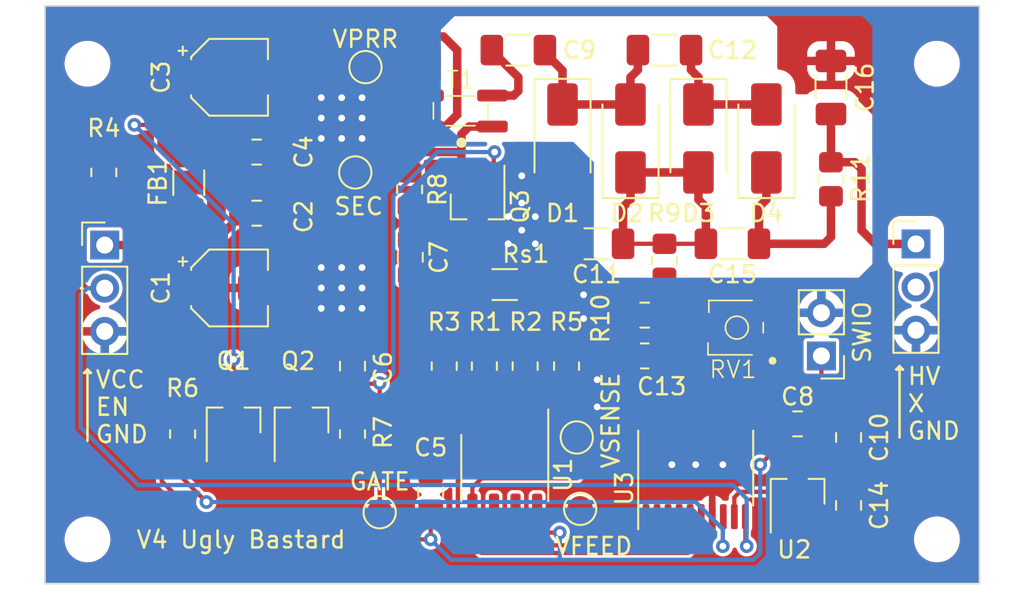
<source format=kicad_pcb>
(kicad_pcb (version 20221018) (generator pcbnew)

  (general
    (thickness 1.6)
  )

  (paper "A4")
  (layers
    (0 "F.Cu" signal)
    (31 "B.Cu" signal)
    (32 "B.Adhes" user "B.Adhesive")
    (33 "F.Adhes" user "F.Adhesive")
    (34 "B.Paste" user)
    (35 "F.Paste" user)
    (36 "B.SilkS" user "B.Silkscreen")
    (37 "F.SilkS" user "F.Silkscreen")
    (38 "B.Mask" user)
    (39 "F.Mask" user)
    (40 "Dwgs.User" user "User.Drawings")
    (41 "Cmts.User" user "User.Comments")
    (42 "Eco1.User" user "User.Eco1")
    (43 "Eco2.User" user "User.Eco2")
    (44 "Edge.Cuts" user)
    (45 "Margin" user)
    (46 "B.CrtYd" user "B.Courtyard")
    (47 "F.CrtYd" user "F.Courtyard")
    (48 "B.Fab" user)
    (49 "F.Fab" user)
    (50 "User.1" user)
    (51 "User.2" user)
    (52 "User.3" user)
    (53 "User.4" user)
    (54 "User.5" user)
    (55 "User.6" user)
    (56 "User.7" user)
    (57 "User.8" user)
    (58 "User.9" user)
  )

  (setup
    (pad_to_mask_clearance 0)
    (pcbplotparams
      (layerselection 0x00010fc_ffffffff)
      (plot_on_all_layers_selection 0x0000000_00000000)
      (disableapertmacros false)
      (usegerberextensions false)
      (usegerberattributes true)
      (usegerberadvancedattributes true)
      (creategerberjobfile true)
      (dashed_line_dash_ratio 12.000000)
      (dashed_line_gap_ratio 3.000000)
      (svgprecision 4)
      (plotframeref false)
      (viasonmask false)
      (mode 1)
      (useauxorigin false)
      (hpglpennumber 1)
      (hpglpenspeed 20)
      (hpglpendiameter 15.000000)
      (dxfpolygonmode true)
      (dxfimperialunits true)
      (dxfusepcbnewfont true)
      (psnegative false)
      (psa4output false)
      (plotreference true)
      (plotvalue true)
      (plotinvisibletext false)
      (sketchpadsonfab false)
      (subtractmaskfromsilk false)
      (outputformat 1)
      (mirror false)
      (drillshape 1)
      (scaleselection 1)
      (outputdirectory "")
    )
  )

  (net 0 "")
  (net 1 "VCC")
  (net 2 "GND")
  (net 3 "/VPR")
  (net 4 "Net-(Q3-G)")
  (net 5 "/RFEED_H")
  (net 6 "Net-(D1-K)")
  (net 7 "Net-(D2-K)")
  (net 8 "Net-(D3-K)")
  (net 9 "Net-(D4-K)")
  (net 10 "Net-(C7-Pad1)")
  (net 11 "VDD")
  (net 12 "Net-(C9-Pad1)")
  (net 13 "VPP")
  (net 14 "/ENABLE")
  (net 15 "unconnected-(J2-Pin_2-Pad2)")
  (net 16 "Net-(U1B-+)")
  (net 17 "Net-(Q1-B)")
  (net 18 "/MOS_D")
  (net 19 "Net-(Q1-E)")
  (net 20 "Net-(U1A-+)")
  (net 21 "/VSENSE")
  (net 22 "Net-(U1A--)")
  (net 23 "/GATE_DRV")
  (net 24 "/VFEED")
  (net 25 "/SWIO")
  (net 26 "Net-(R10-Pad2)")
  (net 27 "unconnected-(U3-PD4_A7_T2AETR2-Pad1)")
  (net 28 "unconnected-(U3-PD5_A5_UART_TX-Pad2)")
  (net 29 "unconnected-(U3-PD6_A6_UART_RX-Pad3)")
  (net 30 "unconnected-(U3-PD7_NRST_T2CH4-Pad4)")
  (net 31 "unconnected-(U3-PC1_SDA-Pad11)")
  (net 32 "unconnected-(U3-PC2_SCL-Pad12)")
  (net 33 "unconnected-(U3-PC3-Pad13)")
  (net 34 "unconnected-(U3-PC4_A2_T1CH4-Pad14)")
  (net 35 "unconnected-(U3-PC5_SCK-Pad15)")
  (net 36 "unconnected-(U3-PC6_MOSI-Pad16)")
  (net 37 "unconnected-(U3-PC7_MISO-Pad17)")
  (net 38 "unconnected-(U3-PD2_A3_T2CH1-Pad19)")
  (net 39 "unconnected-(U3-PD2_A4_T1CH2-Pad20)")

  (footprint "Resistor_SMD:R_0805_2012Metric_Pad1.20x1.40mm_HandSolder" (layer "F.Cu") (at 136.7625 44.8 -90))

  (footprint "Resistor_SMD:R_0805_2012Metric_Pad1.20x1.40mm_HandSolder" (layer "F.Cu") (at 132 44.8 90))

  (footprint "MountingHole:MountingHole_2.2mm_M2_DIN965" (layer "F.Cu") (at 111 55))

  (footprint "Connector_PinHeader_2.54mm:PinHeader_1x03_P2.54mm_Vertical" (layer "F.Cu") (at 112.0145 37.675))

  (footprint "Resistor_SMD:R_0805_2012Metric_Pad1.20x1.40mm_HandSolder" (layer "F.Cu") (at 154.7625 33.8 90))

  (footprint "Capacitor_SMD:C_1206_3216Metric_Pad1.33x1.80mm_HandSolder" (layer "F.Cu") (at 154.7625 28.4 90))

  (footprint "Capacitor_SMD:C_0805_2012Metric_Pad1.18x1.45mm_HandSolder" (layer "F.Cu") (at 126.6 44.8 90))

  (footprint "Package_TO_SOT_SMD:SOT-23_Handsoldering" (layer "F.Cu") (at 123.6 48 90))

  (footprint "MountingHole:MountingHole_2.2mm_M2_DIN965" (layer "F.Cu") (at 161 27))

  (footprint "TestPoint:TestPoint_Pad_D1.5mm" (layer "F.Cu") (at 139.8 49))

  (footprint "TestPoint:TestPoint_Pad_D1.5mm" (layer "F.Cu") (at 128.2 53.4))

  (footprint "MountingHole:MountingHole_2.2mm_M2_DIN965" (layer "F.Cu") (at 161 55))

  (footprint "Resistor_SMD:R_0805_2012Metric_Pad1.20x1.40mm_HandSolder" (layer "F.Cu") (at 126.6 48.8 90))

  (footprint "Diode_SMD:D_SMA" (layer "F.Cu") (at 142.9625 31.4 90))

  (footprint "Resistor_SMD:R_0805_2012Metric_Pad1.20x1.40mm_HandSolder" (layer "F.Cu") (at 134.3625 44.8 -90))

  (footprint "TestPoint:TestPoint_Pad_D1.5mm" (layer "F.Cu") (at 127.3625 27.2))

  (footprint "Capacitor_SMD:C_1206_3216Metric_Pad1.33x1.80mm_HandSolder" (layer "F.Cu") (at 144.9625 26.2))

  (footprint "Package_TO_SOT_SMD:SOT-23_Handsoldering" (layer "F.Cu") (at 152.8 52.2 90))

  (footprint "Connector_PinHeader_2.54mm:PinHeader_1x03_P2.54mm_Vertical" (layer "F.Cu") (at 159.7665 37.607))

  (footprint "lcsc_misc:ATB322524-0110-T000" (layer "F.Cu") (at 132.9625 29.8))

  (footprint "Resistor_SMD:R_1206_3216Metric_Pad1.30x1.75mm_HandSolder" (layer "F.Cu") (at 116.9625 34 90))

  (footprint "Capacitor_SMD:C_0805_2012Metric_Pad1.18x1.45mm_HandSolder" (layer "F.Cu") (at 143.8 41.8 180))

  (footprint "lcsc_misc:VG039NCHXTB222" (layer "F.Cu") (at 147.625 42.584861 90))

  (footprint "Capacitor_SMD:CP_Elec_4x5.4" (layer "F.Cu") (at 119.3625 27.8))

  (footprint "Resistor_SMD:R_0805_2012Metric_Pad1.20x1.40mm_HandSolder" (layer "F.Cu") (at 144.9625 38.6 -90))

  (footprint "Capacitor_SMD:C_0805_2012Metric_Pad1.18x1.45mm_HandSolder" (layer "F.Cu") (at 120.9625 32.2))

  (footprint "Capacitor_SMD:C_0805_2012Metric_Pad1.18x1.45mm_HandSolder" (layer "F.Cu") (at 130 38.4 -90))

  (footprint "Resistor_SMD:R_1206_3216Metric_Pad1.30x1.75mm_HandSolder" (layer "F.Cu") (at 135.5625 40))

  (footprint "MountingHole:MountingHole_2.2mm_M2_DIN965" (layer "F.Cu") (at 111 27))

  (footprint "Capacitor_SMD:C_0805_2012Metric_Pad1.18x1.45mm_HandSolder" (layer "F.Cu") (at 155.8 53 -90))

  (footprint "Diode_SMD:D_SMA" (layer "F.Cu") (at 146.9625 31.4 -90))

  (footprint "Resistor_SMD:R_0805_2012Metric_Pad1.20x1.40mm_HandSolder" (layer "F.Cu") (at 116.6 48.8 90))

  (footprint "Resistor_SMD:R_0805_2012Metric_Pad1.20x1.40mm_HandSolder" (layer "F.Cu") (at 111.9625 33.4 90))

  (footprint "Package_TO_SOT_SMD:SOT-23_Handsoldering" (layer "F.Cu") (at 119.6 48 90))

  (footprint "Capacitor_SMD:C_0805_2012Metric_Pad1.18x1.45mm_HandSolder" (layer "F.Cu") (at 155.8 49 90))

  (footprint "Capacitor_SMD:C_1206_3216Metric_Pad1.33x1.80mm_HandSolder" (layer "F.Cu") (at 148.9625 37.6))

  (footprint "Capacitor_SMD:C_1206_3216Metric_Pad1.33x1.80mm_HandSolder" (layer "F.Cu") (at 136.3625 26.2))

  (footprint "Resistor_SMD:R_0805_2012Metric_Pad1.20x1.40mm_HandSolder" (layer "F.Cu") (at 143.8 44.2))

  (footprint "Diode_SMD:D_SMA" (layer "F.Cu") (at 150.9625 31.4 90))

  (footprint "Package_TO_SOT_SMD:SOT-23_Handsoldering" (layer "F.Cu") (at 133.9625 35.4 -90))

  (footprint "Diode_SMD:D_SMA" (layer "F.Cu") (at 138.9625 31.4 -90))

  (footprint "Connector_PinHeader_2.54mm:PinHeader_1x02_P2.54mm_Vertical" (layer "F.Cu") (at 154.2 44.2 180))

  (footprint "Package_SO:SOIC-8_3.9x4.9mm_P1.27mm" (layer "F.Cu") (at 135.5625 50.8 -90))

  (footprint "Resistor_SMD:R_0805_2012Metric_Pad1.20x1.40mm_HandSolder" (layer "F.Cu") (at 139.2 44.8 90))

  (footprint "Capacitor_SMD:CP_Elec_4x5.4" (layer "F.Cu") (at 119.3625 40.2))

  (footprint "Package_SO:TSSOP-20_4.4x6.5mm_P0.65mm" (layer "F.Cu") (at 146.8 50.8 90))

  (footprint "Capacitor_SMD:C_1206_3216Metric_Pad1.33x1.80mm_HandSolder" (layer "F.Cu") (at 140.9625 37.6))

  (footprint "Capacitor_SMD:C_0805_2012Metric_Pad1.18x1.45mm_HandSolder" (layer "F.Cu") (at 131.2 52.2 90))

  (footprint "Resistor_SMD:R_0805_2012Metric_Pad1.20x1.40mm_HandSolder" (layer "F.Cu") (at 129.9625 34.4 -90))

  (footprint "TestPoint:TestPoint_Pad_D1.5mm" (layer "F.Cu") (at 126.7625 33.4))

  (footprint "TestPoint:TestPoint_Pad_D1.5mm" (layer "F.Cu") (at 140 53.2))

  (footprint "Capacitor_SMD:C_0805_2012Metric_Pad1.18x1.45mm_HandSolder" (layer "F.Cu") (at 120.9625 35.8))

  (footprint "Capacitor_SMD:C_0805_2012Metric_Pad1.18x1.45mm_HandSolder" (layer "F.Cu") (at 152.8 48.2))

  (gr_line (start 110.8 45.2) (end 111.2 45.2)
    (stroke (width 0.15) (type default)) (layer "F.SilkS") (tstamp 0ae0131c-fff4-46b6-b449-9c0993df9f9c))
  (gr_line (start 158.8 44.8) (end 158.6 45)
    (stroke (width 0.15) (type default)) (layer "F.SilkS") (tstamp 1020d271-1bc7-4f3d-a11d-9dcd8fafd51d))
  (gr_line (start 111 45) (end 111 49.2)
    (stroke (width 0.15) (type default)) (layer "F.SilkS") (tstamp 1477062b-458a-4957-9f25-7f0e5be0530b))
  (gr_line (start 111.2 45.2) (end 111 45)
    (stroke (width 0.15) (type default)) (layer "F.SilkS") (tstamp 1a242a07-27af-487c-9480-dd142d5c6339))
  (gr_line (start 159 45) (end 158.8 44.8)
    (stroke (width 0.15) (type default)) (layer "F.SilkS") (tstamp 28b3c116-76b5-4719-9f55-687c9bd2dd76))
  (gr_line (start 158.6 45) (end 159 45)
    (stroke (width 0.15) (type default)) (layer "F.SilkS") (tstamp 5a6bdfc8-bb55-4190-9024-06a17bfe8fc3))
  (gr_line (start 158.8 44.8) (end 158.8 49)
    (stroke (width 0.15) (type default)) (layer "F.SilkS") (tstamp 839d92c9-6ae5-46c2-bc78-289c43e422ee))
  (gr_line (start 111 45) (end 110.8 45.2)
    (stroke (width 0.15) (type default)) (layer "F.SilkS") (tstamp fd367d7d-94a2-41b8-abb2-7e91f863b4be))
  (gr_rect (start 108.5 23.6) (end 163.5 57.6)
    (stroke (width 0.1) (type default)) (fill none) (layer "Edge.Cuts") (tstamp f237f43f-3bb2-4665-92f8-866e22f3400d))
  (gr_text "HV\nX\nGND\n" (at 159.2 49.2) (layer "F.SilkS") (tstamp 2973b3db-14b4-45bd-a5e6-45d896998617)
    (effects (font (size 1 1) (thickness 0.15)) (justify left bottom))
  )
  (gr_text "VCC\nEN\nGND\n" (at 111.4 49.4) (layer "F.SilkS") (tstamp a6124a94-4cc1-4f7b-8539-0164ff84cb4d)
    (effects (font (size 1 1) (thickness 0.15)) (justify left bottom))
  )
  (gr_text "V4 Ugly Bastard" (at 113.8 55.6) (layer "F.SilkS") (tstamp abfe6c00-3f3c-4d2d-97f6-5b15008b7efa)
    (effects (font (size 1 1) (thickness 0.15)) (justify left bottom))
  )

  (segment (start 152.6 49.4) (end 151.8 49.4) (width 0.25) (layer "F.Cu") (net 1) (tstamp 0246bb67-86bd-4281-9444-8144cd8b8fcf))
  (segment (start 119.925 35.8) (end 119.925 36.0375) (width 0.5) (layer "F.Cu") (net 1) (tstamp 0a47d165-51c5-4123-87f9-43c5fdd0f78e))
  (segment (start 115.3625 51.5625) (end 118.8 55) (width 0.25) (layer "F.Cu") (net 1) (tstamp 1402e35d-3684-447a-8f74-742370ebcd50))
  (segment (start 119.925 36.0375) (end 118.5625 37.4) (width 0.5) (layer "F.Cu") (net 1) (tstamp 185aae93-bb15-4d7d-afdb-7b7d25310887))
  (segment (start 118.5625 37.4) (end 115.3625 37.4) (width 0.5) (layer "F.Cu") (net 1) (tstamp 2241f2f8-b182-4335-887b-242b7aee3e51))
  (segment (start 117.5625 40.2) (end 115.3625 40.2) (width 0.5) (layer "F.Cu") (net 1) (tstamp 279359e5-12fc-48f6-910a-a1bc5775225e))
  (segment (start 150.6 50.6) (end 151.7625 49.4375) (width 0.25) (layer "F.Cu") (net 1) (tstamp 363494be-ba26-4bb9-ba03-8038cae19e3f))
  (segment (start 115.3625 37.8) (end 115.3625 40.2) (width 0.5) (layer "F.Cu") (net 1) (tstamp 4209afe0-53c0-4bce-b39a-038cc264a92b))
  (segment (start 137.6 54.6) (end 138.8 54.6) (width 0.25) (layer "F.Cu") (net 1) (tstamp 4a1032c3-eac9-4163-9f10-a76bf76a717c))
  (segment (start 152.8 49.6) (end 152.6 49.4) (width 0.25) (layer "F.Cu") (net 1) (tstamp 4f2a3a66-8e1a-45b5-b14d-b9afa39c2e71))
  (segment (start 118.8 55) (end 131.2 55) (width 0.25) (layer "F.Cu") (net 1) (tstamp 730e2d72-447e-4ca9-9258-f0a4fa014251))
  (segment (start 115.6125 35.55) (end 115.3625 35.8) (width 0.5) (layer "F.Cu") (net 1) (tstamp 7d2d31bf-7f70-4267-b0ce-13d9dfb39ba8))
  (segment (start 111.9625 37.675) (end 115.2375 37.675) (width 0.5) (layer "F.Cu") (net 1) (tstamp 7d932338-b960-4528-8c3d-0f6e76f7f005))
  (segment (start 131.2 53.2375) (end 131.2 55) (width 0.25) (layer "F.Cu") (net 1) (tstamp 87de6b01-84dd-43ee-8723-96d8cf0f9abb))
  (segment (start 151.7625 48.2) (end 151.7625 49.2) (width 0.25) (layer "F.Cu") (net 1) (tstamp 952256d4-582d-4b46-a280-1ad709d6bd8e))
  (segment (start 115.3625 35.8) (end 115.3625 37.4) (width 0.5) (layer "F.Cu") (net 1) (tstamp 9f7c8363-d5ca-4dc2-b98b-cce6443e562c))
  (segment (start 152.8 50.7) (end 152.8 49.6) (width 0.25) (layer "F.Cu") (net 1) (tstamp acfd0dde-a4fe-48b9-8a62-63d81d002728))
  (segment (start 137.4675 53.275) (end 137.4675 54.4675) (width 0.25) (layer "F.Cu") (net 1) (tstamp ba08b0a9-ff36-4867-b84c-93b57bdfb036))
  (segment (start 116.9625 35.55) (end 115.6125 35.55) (width 0.5) (layer "F.Cu") (net 1) (tstamp cd4de93a-8799-4dc3-92df-d90737ee8a81))
  (segment (start 137.4675 54.4675) (end 137.6 54.6) (width 0.25) (layer "F.Cu") (net 1) (tstamp cf27cb83-1cbe-4d1f-b6a5-e3cebcb0df0b))
  (segment (start 151.8 49.4) (end 151.7625 49.4375) (width 0.25) (layer "F.Cu") (net 1) (tstamp d1fdd032-4160-4b3e-aa42-d6b1cbf925f3))
  (segment (start 151.7625 49.2) (end 151.7625 49.4375) (width 0.25) (layer "F.Cu") (net 1) (tstamp d2ef4f0c-c2a7-4eef-a466-77f4311ae5d7))
  (segment (start 115.3625 40.2) (end 115.3625 40.6) (width 0.5) (layer "F.Cu") (net 1) (tstamp d8230a41-8283-4f53-8875-b796a73af947))
  (segment (start 115.2375 37.675) (end 115.3625 37.8) (width 0.5) (layer "F.Cu") (net 1) (tstamp dc237eb1-6ed7-4118-832c-97c15e08108a))
  (segment (start 115.3625 37.4) (end 115.3625 37.8) (width 0.5) (layer "F.Cu") (net 1) (tstamp ef79c898-a0e0-4f07-89b7-fe11d9ee7d01))
  (segment (start 115.3625 40.6) (end 115.3625 51.5625) (width 0.25) (layer "F.Cu") (net 1) (tstamp ff46f16c-65d0-48a3-ab4f-f4f10a8c8a1d))
  (via (at 150.6 50.6) (size 0.8) (drill 0.4) (layers "F.Cu" "B.Cu") (net 1) (tstamp 64e69e4a-1402-4b23-9c17-7dd371fb6be6))
  (via (at 138.8 54.6) (size 0.8) (drill 0.4) (layers "F.Cu" "B.Cu") (net 1) (tstamp 9883d47f-aa4d-4c81-9f72-313d083dfe2d))
  (via (at 131.2 55) (size 0.8) (drill 0.4) (layers "F.Cu" "B.Cu") (net 1) (tstamp ce9e38a3-a4a3-4147-a476-cbf2ca5c9a48))
  (segment (start 138.8 56.2) (end 132.4 56.2) (width 0.25) (layer "B.Cu") (net 1) (tstamp 508a58ad-cc6f-46b7-a4ce-ca9396fcffbd))
  (segment (start 138.8 54.6) (end 138.8 56.2) (width 0.25) (layer "B.Cu") (net 1) (tstamp 50dc9a6d-d26d-4fc9-b840-343f17d4c4c1))
  (segment (start 150.6 55.8) (end 150.6 50.6) (width 0.25) (layer "B.Cu") (net 1) (tstamp 5402cfe7-ce89-43e0-bded-20fa3b381d4d))
  (segment (start 132.4 56.2) (end 131.2 55) (width 0.25) (layer "B.Cu") (net 1) (tstamp 84a37d8d-b8df-4dfb-951f-ed151dbfb0db))
  (segment (start 150.2 56.2) (end 150.6 55.8) (width 0.25) (layer "B.Cu") (net 1) (tstamp d33aded1-b9c6-4cd9-b0a7-249cc8c1abef))
  (segment (start 138.8 56.2) (end 150.2 56.2) (width 0.25) (layer "B.Cu") (net 1) (tstamp e77343cd-23da-4388-9427-b5d4a02dd1ab))
  (segment (start 136.2125 40) (end 135.8125 40.4) (width 0.25) (layer "F.Cu") (net 2) (tstamp 1e59a7fc-2f74-44e2-8caa-fe4a04e20e14))
  (segment (start 139.4 39.5625) (end 139.4 37.6) (width 0.5) (layer "F.Cu") (net 2) (tstamp 1fd17d7d-9d74-4342-b3f9-1a0283dd1922))
  (segment (start 127.2875 28.875) (end 127.1625 29) (width 0.5) (layer "F.Cu") (net 2) (tstamp 3b1cae46-957c-4433-8d22-a959f2b77635))
  (segment (start 137.1125 40) (end 136.2125 40) (width 0.25) (layer "F.Cu") (net 2) (tstamp 3d7190bb-01f7-4f71-8d7f-bccd07cd28ca))
  (segment (start 131.075 28.875) (end 127.2875 28.875) (width 0.5) (layer "F.Cu") (net 2) (tstamp 619767c2-e242-447b-a52e-c0eca5f48828))
  (segment (start 138.9625 40) (end 139.4 39.5625) (width 0.5) (layer "F.Cu") (net 2) (tstamp 79b8bd89-7aaf-4ca5-b7ec-f7381b64bf04))
  (segment (start 135.8125 42.85) (end 136.7625 43.8) (width 0.25) (layer "F.Cu") (net 2) (tstamp 8c1451e2-d2c1-45a0-9060-5af19b1bd1e8))
  (segment (start 135.8125 40.4) (end 135.8125 42.85) (width 0.25) (layer "F.Cu") (net 2) (tstamp a83c8370-6636-4cda-a97b-db43356e2482))
  (segment (start 137.1125 40) (end 138.9625 40) (width 0.5) (layer "F.Cu") (net 2) (tstamp d1c37917-3e48-443d-804a-fc962cb1e38a))
  (via (at 136.5625 33.6) (size 0.8) (drill 0.4) (layers "F.Cu" "B.Cu") (free) (net 2) (tstamp 0d979c37-1b31-45bb-8e36-0ed3d1bccf3b))
  (via (at 148.4 50.6) (size 0.8) (drill 0.4) (layers "F.Cu" "B.Cu") (free) (net 2) (tstamp 1347dce1-0194-4ffd-ab44-877d412daa44))
  (via (at 127.1625 29) (size 0.8) (drill 0.4) (layers "F.Cu" "B.Cu") (free) (net 2) (tstamp 157bfaa7-d34d-4aa1-b5ea-8ab7045b8199))
  (via (at 146.8 50.6) (size 0.8) (drill 0.4) (layers "F.Cu" "B.Cu") (free) (net 2) (tstamp 1eca4b57-e6ac-4e14-8e03-c292e074cf78))
  (via (at 136.5625 35.2) (size 0.8) (drill 0.4) (layers "F.Cu" "B.Cu") (free) (net 2) (tstamp 27e5c644-c900-425f-b5f5-82f4776a1dca))
  (via (at 125.9625 39) (size 0.8) (drill 0.4) (layers "F.Cu" "B.Cu") (free) (net 2) (tstamp 28f7a659-d724-46de-a2b1-6d64872052d7))
  (via (at 135.7625 36) (size 0.8) (drill 0.4) (layers "F.Cu" "B.Cu") (free) (net 2) (tstamp 2ed7e1f9-d1f0-41fc-8d11-67c40ba2a9b6))
  (via (at 125.9625 31.4) (size 0.8) (drill 0.4) (layers "F.Cu" "B.Cu") (free) (net 2) (tstamp 2fad1f14-f21c-4378-b098-50003ffc4b2c))
  (via (at 127.1625 41.4) (size 0.8) (drill 0.4) (layers "F.Cu" "B.Cu") (free) (net 2) (tstamp 364a2e0e-3a46-4af4-9d88-d02759e4dcda))
  (via (at 125.9625 41.4) (size 0.8) (drill 0.4) (layers "F.Cu" "B.Cu") (free) (net 2) (tstamp 46eb255f-9e5d-4c85-b6a3-2b4f6c7dea5c))
  (via (at 125.9625 29) (size 0.8) (drill 0.4) (layers "F.Cu" "B.Cu") (free) (net 2) (tstamp 4d820dc3-b711-4585-9c3d-fa332de2b452))
  (via (at 127.1625 31.4) (size 0.8) (drill 0.4) (layers "F.Cu" "B.Cu") (free) (net 2) (tstamp 4ebe9b0a-777d-45eb-bf14-d2757a217286))
  (via (at 125.9625 30.2) (size 0.8) (drill 0.4) (layers "F.Cu" "B.Cu") (free) (net 2) (tstamp 52072a69-b739-4a66-a458-2071c14df0ed))
  (via (at 140.2 42) (size 0.8) (drill 0.4) (layers "F.Cu" "B.Cu") (free) (net 2) (tstamp 65d8c53b-8c16-4f06-9bfb-8fe573b368e1))
  (via (at 125.9625 40.2) (size 0.8) (drill 0.4) (layers "F.Cu" "B.Cu") (free) (net 2) (tstamp 66f21dd1-830d-43cd-8472-7b77b59f2b8d))
  (via (at 137.3625 37.6) (size 0.8) (drill 0.4) (layers "F.Cu" "B.Cu") (free) (net 2) (tstamp 6ead7efe-5de1-4768-a281-3d7ab9818ef6))
  (via (at 145.4 50.6) (size 0.8) (drill 0.4) (layers "F.Cu" "B.Cu") (free) (net 2) (tstamp 79ff50df-605c-466d-a0e2-55093a44299e))
  (via (at 127.1625 39) (size 0.8) (drill 0.4) (layers "F.Cu" "B.Cu") (free) (net 2) (tstamp 7ebc1620-7901-4e14-ab37-211fea02187b))
  (via (at 124.7625 29) (size 0.8) (drill 0.4) (layers "F.Cu" "B.Cu") (free) (net 2) (tstamp 8074967d-2bd3-4241-a556-2d66b5b62742))
  (via (at 124.7625 30.2) (size 0.8) (drill 0.4) (layers "F.Cu" "B.Cu") (free) (net 2) (tstamp 93ac1ab9-d7d1-4c76-a056-6971acdea75a))
  (via (at 137.3625 36) (size 0.8) (drill 0.4) (layers "F.Cu" "B.Cu") (free) (net 2) (tstamp 9491272d-db60-42e3-be49-db904034150b))
  (via (at 135.7625 37.6) (size 0.8) (drill 0.4) (layers "F.Cu" "B.Cu") (free) (net 2) (tstamp 9f8cf49f-25bb-4656-b404-cdfa2bba8ca3))
  (via (at 141 47.2) (size 0.8) (drill 0.4) (layers "F.Cu" "B.Cu") (free) (net 2) (tstamp a0472069-abaf-4330-b347-ac788b7dfc4f))
  (via (at 136.5625 36.8) (size 0.8) (drill 0.4) (layers "F.Cu" "B.Cu") (free) (net 2) (tstamp bb40aceb-97e3-47c8-84a8-86e6b26a647e))
  (via (at 124.7625 39) (size 0.8) (drill 0.4) (layers "F.Cu" "B.Cu") (free) (net 2) (tstamp cd8d7899-f196-488a-b0ab-877e9be4a7a6))
  (via (at 124.7625 41.4) (size 0.8) (drill
... [268623 chars truncated]
</source>
